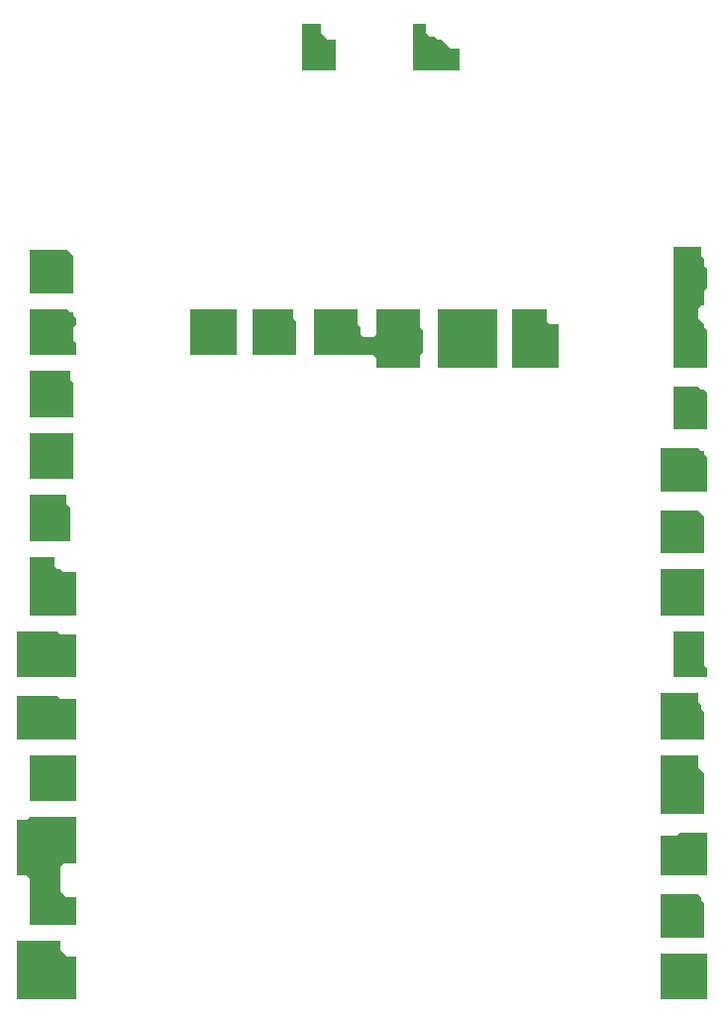
<source format=gbr>
%FSLAX24Y24*%
%MOIN*%
G36*
X28541Y39375D02*
X28541Y40937D01*
X28958Y40937D01*
X28958Y40625D01*
X29062Y40520D01*
X29270Y40520D01*
X29375Y40416D01*
X29479Y40416D01*
X29791Y40104D01*
X30104Y40104D01*
X30104Y39375D01*
X24791Y39375D02*
X24791Y40937D01*
X25416Y40937D01*
X25416Y40625D01*
X25625Y40416D01*
X25937Y40416D01*
X25937Y39375D01*
X15625Y31875D02*
X15625Y33333D01*
X16875Y33333D01*
X17083Y33125D01*
X17083Y31875D01*
X23125Y29791D02*
X23125Y31354D01*
X24479Y31354D01*
X24479Y31041D01*
X24583Y30937D01*
X24583Y29791D01*
X21041Y29791D02*
X21041Y31354D01*
X22604Y31354D01*
X22604Y29791D01*
X15625Y29791D02*
X15625Y31354D01*
X16875Y31354D01*
X16979Y31250D01*
X17083Y31250D01*
X17083Y31145D01*
X17187Y31041D01*
X17187Y30833D01*
X17083Y30729D01*
X17083Y30312D01*
X17187Y30208D01*
X17187Y29791D01*
X37291Y29375D02*
X37291Y33437D01*
X38229Y33437D01*
X38229Y33125D01*
X38333Y33020D01*
X38333Y32812D01*
X38437Y32708D01*
X38437Y32083D01*
X38333Y31979D01*
X38333Y31458D01*
X38229Y31458D01*
X38125Y31354D01*
X38125Y31041D01*
X38333Y30833D01*
X38333Y30729D01*
X38437Y30625D01*
X38437Y29375D01*
X31875Y29375D02*
X31875Y31354D01*
X33020Y31354D01*
X33020Y30937D01*
X33125Y30833D01*
X33437Y30833D01*
X33437Y29375D01*
X29375Y29375D02*
X29375Y31354D01*
X31354Y31354D01*
X31354Y29375D01*
X27291Y29375D02*
X27291Y29687D01*
X27187Y29791D01*
X25208Y29791D01*
X25208Y31354D01*
X26666Y31354D01*
X26666Y30833D01*
X26770Y30729D01*
X26770Y30520D01*
X26875Y30416D01*
X27187Y30416D01*
X27291Y30520D01*
X27291Y31354D01*
X28750Y31354D01*
X28750Y30729D01*
X28854Y30625D01*
X28854Y29895D01*
X28750Y29791D01*
X28750Y29375D01*
X15625Y27708D02*
X15625Y29270D01*
X16979Y29270D01*
X16979Y28958D01*
X17083Y28854D01*
X17083Y27708D01*
X37291Y27291D02*
X37291Y28750D01*
X38125Y28750D01*
X38229Y28645D01*
X38333Y28645D01*
X38437Y28541D01*
X38437Y27291D01*
X15625Y25625D02*
X15625Y27187D01*
X17083Y27187D01*
X17083Y25625D01*
X36875Y25208D02*
X36875Y26666D01*
X38125Y26666D01*
X38229Y26562D01*
X38333Y26562D01*
X38333Y26458D01*
X38437Y26354D01*
X38437Y25208D01*
X15625Y23541D02*
X15625Y25104D01*
X16875Y25104D01*
X16875Y24791D01*
X16979Y24687D01*
X16979Y23541D01*
X36875Y23125D02*
X36875Y24583D01*
X38125Y24583D01*
X38333Y24375D01*
X38333Y23125D01*
X36875Y21041D02*
X36875Y22604D01*
X38333Y22604D01*
X38333Y21041D01*
X15625Y21041D02*
X15625Y23020D01*
X16458Y23020D01*
X16458Y22708D01*
X16562Y22604D01*
X16666Y22604D01*
X16770Y22500D01*
X17187Y22500D01*
X17187Y21041D01*
X37291Y18958D02*
X37291Y20520D01*
X38333Y20520D01*
X38333Y19375D01*
X38437Y19270D01*
X38437Y18958D01*
X15208Y18958D02*
X15208Y20520D01*
X16562Y20520D01*
X16666Y20416D01*
X17187Y20416D01*
X17187Y18958D01*
X36875Y16875D02*
X36875Y18437D01*
X38125Y18437D01*
X38125Y18125D01*
X38229Y18020D01*
X38229Y17916D01*
X38333Y17812D01*
X38333Y16875D01*
X15208Y16875D02*
X15208Y18333D01*
X16562Y18333D01*
X16666Y18229D01*
X17187Y18229D01*
X17187Y16875D01*
X15625Y14791D02*
X15625Y16354D01*
X17187Y16354D01*
X17187Y14791D01*
X36875Y14375D02*
X36875Y16354D01*
X38125Y16354D01*
X38125Y15937D01*
X38333Y15729D01*
X38333Y14375D01*
X36875Y12291D02*
X36875Y13645D01*
X37395Y13645D01*
X37500Y13750D01*
X38437Y13750D01*
X38437Y12291D01*
X15625Y10625D02*
X15625Y12187D01*
X15520Y12291D01*
X15208Y12291D01*
X15208Y14166D01*
X15520Y14166D01*
X15625Y14270D01*
X17187Y14270D01*
X17187Y12708D01*
X16770Y12708D01*
X16666Y12604D01*
X16666Y11770D01*
X16875Y11562D01*
X17187Y11562D01*
X17187Y10625D01*
X36875Y10208D02*
X36875Y11666D01*
X38125Y11666D01*
X38229Y11562D01*
X38229Y11458D01*
X38333Y11354D01*
X38333Y10208D01*
X36875Y8125D02*
X36875Y9687D01*
X38437Y9687D01*
X38437Y8125D01*
X15208Y8125D02*
X15208Y10104D01*
X16666Y10104D01*
X16666Y9791D01*
X16875Y9583D01*
X17187Y9583D01*
X17187Y8125D01*
G37*
M02*

</source>
